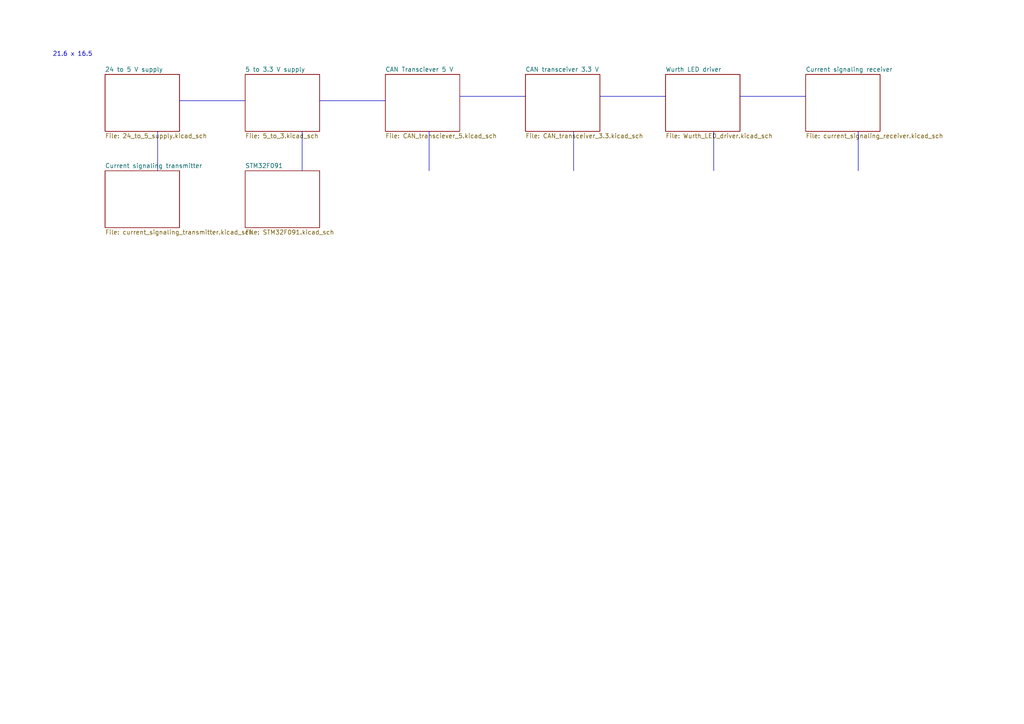
<source format=kicad_sch>
(kicad_sch (version 20230121) (generator eeschema)
  (paper "A4")
  (title_block (title "Schematic Blocks") (date "2019-12-05") (rev "1.0") (company "KTH Formula Student") (comment 1 " - ") (comment 2 "Jordi Altayó") (comment 3 "jordiag@kth.se") (comment 4 "Top page"))
  (lib_symbols)
  (polyline (pts (xy 52.07 29.21) (xy 71.12 29.21)))
  (polyline (pts (xy 166.37 38.1) (xy 166.37 49.53)))
  (polyline (pts (xy 133.35 27.94) (xy 152.4 27.94)))
  (polyline (pts (xy 124.46 38.1) (xy 124.46 49.53)))
  (polyline (pts (xy 87.63 38.1) (xy 87.63 49.53)))
  (polyline (pts (xy 214.63 27.94) (xy 233.68 27.94)))
  (polyline (pts (xy 45.72 38.1) (xy 45.72 49.53)))
  (polyline (pts (xy 173.99 27.94) (xy 193.04 27.94)))
  (polyline (pts (xy 207.01 38.1) (xy 207.01 49.53)))
  (polyline (pts (xy 248.92 38.1) (xy 248.92 49.53)))
  (polyline (pts (xy 92.71 29.21) (xy 111.76 29.21)))
  (text "21.6 x 16.5" (at 15.24 16.51 0) (effects (font (size 1.27 1.27)) (justify left bottom)))
  (sheet (at 30.48 21.59) (size 21.59 16.51)
    (property "Sheetname" "24 to 5 V supply" (at 30.48 20.8784 0) (effects (justify left bottom)))
    (property "Sheetfile" "24_to_5_supply.kicad_sch" (at 30.48 38.6846 0) (effects (justify left top)))
  )
  (sheet (at 71.12 21.59) (size 21.59 16.51)
    (property "Sheetname" "5 to 3.3 V supply" (at 71.12 20.8784 0) (effects (justify left bottom)))
    (property "Sheetfile" "5_to_3.kicad_sch" (at 71.12 38.6846 0) (effects (justify left top)))
  )
  (sheet (at 152.4 21.59) (size 21.59 16.51)
    (property "Sheetname" "CAN transceiver 3.3 V" (at 152.4 20.8784 0) (effects (justify left bottom)))
    (property "Sheetfile" "CAN_transceiver_3.3.kicad_sch" (at 152.4 38.6846 0) (effects (justify left top)))
  )
  (sheet (at 193.04 21.59) (size 21.59 16.51)
    (property "Sheetname" "Wurth LED driver" (at 193.04 20.8784 0) (effects (justify left bottom)))
    (property "Sheetfile" "Wurth_LED_driver.kicad_sch" (at 193.04 38.6846 0) (effects (justify left top)))
  )
  (sheet (at 233.68 21.59) (size 21.59 16.51)
    (property "Sheetname" "Current signaling receiver" (at 233.68 20.8784 0) (effects (justify left bottom)))
    (property "Sheetfile" "current_signaling_receiver.kicad_sch" (at 233.68 38.6846 0) (effects (justify left top)))
  )
  (sheet (at 30.48 49.53) (size 21.59 16.51)
    (property "Sheetname" "Current signaling transmitter" (at 30.48 48.8184 0) (effects (justify left bottom)))
    (property "Sheetfile" "current_signaling_transmitter.kicad_sch" (at 30.48 66.6246 0) (effects (justify left top)))
  )
  (sheet (at 111.76 21.59) (size 21.59 16.51)
    (property "Sheetname" "CAN Transciever 5 V" (at 111.76 20.8784 0) (effects (justify left bottom)))
    (property "Sheetfile" "CAN_transciever_5.kicad_sch" (at 111.76 38.6846 0) (effects (justify left top)))
  )
  (sheet (at 71.12 49.53) (size 21.59 16.51)
    (property "Sheetname" "STM32F091" (at 71.12 48.8184 0) (effects (justify left bottom)))
    (property "Sheetfile" "STM32F091.kicad_sch" (at 71.12 66.6246 0) (effects (justify left top)))
  )
)
</source>
